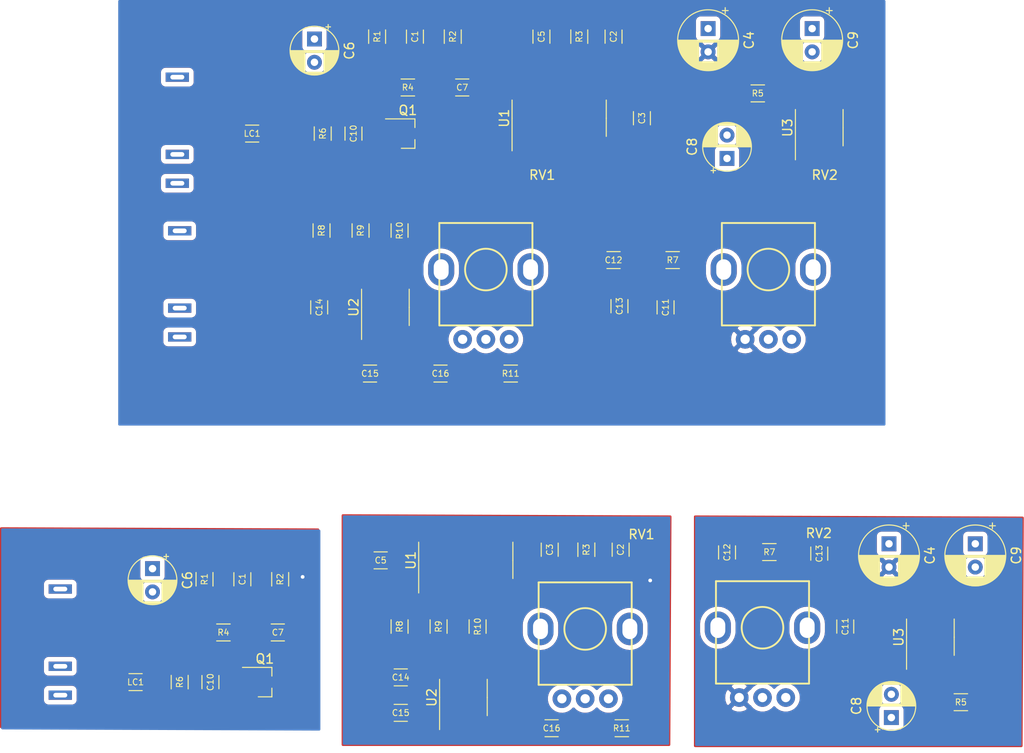
<source format=kicad_pcb>
(kicad_pcb (version 20171130) (host pcbnew 5.1.10-88a1d61d58~90~ubuntu20.04.1)
  (layers (0 F.Cu signal) (31 B.Cu signal) (34 B.Paste user) (35 F.Paste user) (36 B.SilkS user) (37 F.SilkS user) (38 B.Mask user) (39 F.Mask user) (44 Edge.Cuts user))
  (net 0 "")
  (net 1 VCC)
  (net 2 TransistorOUT)
  (net 3 OSC-IN)
  (net 4 GND)
  (net 5 "Net-(C5-Pad1)")
  (net 6 "Net-(C7-Pad2)")
  (net 7 "Net-(C11-Pad1)")
  (net 8 "Net-(C11-Pad2)")
  (net 9 AM-Mix-OUT)
  (net 10 "Net-(C14-Pad2)")
  (net 11 "Net-(C15-Pad2)")
  (net 12 "Net-(C16-Pad1)")
  (net 13 "Net-(C16-Pad2)")
  (net 14 "Net-(L1-Pad2)")
  (net 15 "Net-(R10-Pad2)")
  (net 16 "Net-(R10-Pad1)")
  (net 17 S-Neg)
  (net 18 S-Pos)
  (module 3Channel-PiezoAmp:RD901F-ALPHA-3D (layer F.Cu) (at 120.142 85.852)
    (fp_text reference RV2 (at 6.05 -10.15) (layer F.SilkS))
    (fp_text value "22k log")
    (pad "" thru_hole oval (at 4.8 0) (size 2.8 3.5) (drill oval 1.6 2.2) (layers *.Cu *.Mask))
    (pad "" thru_hole oval (at -4.8 0) (size 2.8 3.5) (drill oval 1.6 2.2) (layers *.Cu *.Mask))
    (pad 1 thru_hole circle (at 2.5 7.5) (size 2 2) (drill 1) (layers *.Cu *.Mask) (net 7 "Net-(C11-Pad1)"))
    (pad 2 thru_hole circle (at 0 7.5) (size 2 2) (drill 1) (layers *.Cu *.Mask))
    (pad 3 thru_hole circle (at -2.5 7.5) (size 2 2) (drill 1) (layers *.Cu *.Mask) (net 4 GND))
  )
  (module BioAmp:R_1206_dusjagr (layer F.Cu) (at 109.855 84.836)
    (fp_text reference R7 (at 0 0 180) (layer F.SilkS) (effects (font (size 0.65 0.65) (thickness 0.1))))
    (fp_text value 1K)
    (pad 2 smd roundrect (at 1.55 0) (size 1.3 1.75) (layers F.Cu F.Paste F.Mask) (roundrect_rratio 0.1923076923076923) (net 9 AM-Mix-OUT))
    (pad 1 smd roundrect (at -1.55 0) (size 1.3 1.75) (layers F.Cu F.Paste F.Mask) (roundrect_rratio 0.1923076923076923) (net 8 "Net-(C11-Pad2)"))
  )
  (module BioAmp:C_1206_dusjagr (layer F.Cu) (at 104.14 89.789 270)
    (fp_text reference C13 (at 0 0 90) (layer F.SilkS) (effects (font (size 0.65 0.65) (thickness 0.1))))
    (fp_text value 10nF)
    (pad 2 smd roundrect (at 1.5625 0 270) (size 1.325 1.8) (layers F.Cu F.Paste F.Mask) (roundrect_rratio 0.1886784905660377) (net 4 GND))
    (pad 1 smd roundrect (at -1.5625 0 270) (size 1.325 1.8) (layers F.Cu F.Paste F.Mask) (roundrect_rratio 0.1886784905660377) (net 8 "Net-(C11-Pad2)"))
  )
  (module BioAmp:C_1206_dusjagr (layer F.Cu) (at 103.505 84.836 180)
    (fp_text reference C12 (at 0 0) (layer F.SilkS) (effects (font (size 0.65 0.65) (thickness 0.1))))
    (fp_text value 100nF)
    (pad 2 smd roundrect (at 1.5625 0 180) (size 1.325 1.8) (layers F.Cu F.Paste F.Mask) (roundrect_rratio 0.1886784905660377) (net 4 GND))
    (pad 1 smd roundrect (at -1.5625 0 180) (size 1.325 1.8) (layers F.Cu F.Paste F.Mask) (roundrect_rratio 0.1886784905660377) (net 9 AM-Mix-OUT))
  )
  (module BioAmp:C_1206_dusjagr (layer F.Cu) (at 109.093 89.916 90)
    (fp_text reference C11 (at 0 0 90) (layer F.SilkS) (effects (font (size 0.65 0.65) (thickness 0.1))))
    (fp_text value 100nF)
    (pad 2 smd roundrect (at 1.5625 0 90) (size 1.325 1.8) (layers F.Cu F.Paste F.Mask) (roundrect_rratio 0.1886784905660377) (net 8 "Net-(C11-Pad2)"))
    (pad 1 smd roundrect (at -1.5625 0 90) (size 1.325 1.8) (layers F.Cu F.Paste F.Mask) (roundrect_rratio 0.1886784905660377) (net 7 "Net-(C11-Pad1)"))
  )
  (module Capacitor_THT:CP_Radial_D6.3mm_P2.50mm (layer F.Cu) (at 133.096 115.316 270)
    (fp_text reference C4 (at 1.25 -4.4 90) (layer F.SilkS))
    (fp_text value 100uF)
    (pad 1 thru_hole rect (at 0 0 270) (size 1.6 1.6) (drill 0.8) (layers *.Cu *.Mask) (net 1 VCC))
    (pad 2 thru_hole circle (at 2.5 0 270) (size 1.6 1.6) (drill 0.8) (layers *.Cu *.Mask) (net 4 GND))
  )
  (module BioAmp:R_1206_dusjagr (layer F.Cu) (at 140.817 132.334)
    (fp_text reference R5 (at 0 0 180) (layer F.SilkS) (effects (font (size 0.65 0.65) (thickness 0.1))))
    (fp_text value 470)
    (pad 2 smd roundrect (at 1.55 0) (size 1.3 1.75) (layers F.Cu F.Paste F.Mask) (roundrect_rratio 0.1923076923076923))
    (pad 1 smd roundrect (at -1.55 0) (size 1.3 1.75) (layers F.Cu F.Paste F.Mask) (roundrect_rratio 0.1923076923076923))
  )
  (module Package_SO:SOIC-8_3.9x4.9mm_P1.27mm (layer F.Cu) (at 137.541 125.349 90)
    (fp_text reference U3 (at 0 -3.4 90) (layer F.SilkS))
    (fp_text value SSM2211S)
    (pad 1 smd roundrect (at -2.475 -1.905 90) (size 1.95 0.6) (layers F.Cu F.Paste F.Mask))
    (pad 2 smd roundrect (at -2.475 -0.635 90) (size 1.95 0.6) (layers F.Cu F.Paste F.Mask))
    (pad 3 smd roundrect (at -2.475 0.635 90) (size 1.95 0.6) (layers F.Cu F.Paste F.Mask))
    (pad 4 smd roundrect (at -2.475 1.905 90) (size 1.95 0.6) (layers F.Cu F.Paste F.Mask))
    (pad 5 smd roundrect (at 2.475 1.905 90) (size 1.95 0.6) (layers F.Cu F.Paste F.Mask))
    (pad 6 smd roundrect (at 2.475 0.635 90) (size 1.95 0.6) (layers F.Cu F.Paste F.Mask))
    (pad 7 smd roundrect (at 2.475 -0.635 90) (size 1.95 0.6) (layers F.Cu F.Paste F.Mask))
    (pad 8 smd roundrect (at 2.475 -1.905 90) (size 1.95 0.6) (layers F.Cu F.Paste F.Mask))
  )
  (module Capacitor_THT:CP_Radial_D6.3mm_P2.50mm (layer F.Cu) (at 142.367 115.316 270)
    (fp_text reference C9 (at 1.25 -4.4 90) (layer F.SilkS))
    (fp_text value 100uF)
    (pad 1 thru_hole rect (at 0 0 270) (size 1.6 1.6) (drill 0.8) (layers *.Cu *.Mask))
    (pad 2 thru_hole circle (at 2.5 0 270) (size 1.6 1.6) (drill 0.8) (layers *.Cu *.Mask))
  )
  (module Capacitor_THT:CP_Radial_D5.0mm_P2.50mm (layer F.Cu) (at 133.35 133.985 90)
    (fp_text reference C8 (at 1.25 -3.75 90) (layer F.SilkS))
    (fp_text value 10uF)
    (pad 1 thru_hole rect (at 0 0 90) (size 1.6 1.6) (drill 0.8) (layers *.Cu *.Mask))
    (pad 2 thru_hole circle (at 2.5 0 90) (size 1.6 1.6) (drill 0.8) (layers *.Cu *.Mask))
  )
  (module BioAmp:C_1206_dusjagr (layer F.Cu) (at 104.267 115.951 90)
    (fp_text reference C2 (at 0 0 90) (layer F.SilkS) (effects (font (size 0.65 0.65) (thickness 0.1))))
    (fp_text value 1nF)
    (pad 2 smd roundrect (at 1.5625 0 90) (size 1.325 1.8) (layers F.Cu F.Paste F.Mask) (roundrect_rratio 0.1886784905660377) (net 1 VCC))
    (pad 1 smd roundrect (at -1.5625 0 90) (size 1.325 1.8) (layers F.Cu F.Paste F.Mask) (roundrect_rratio 0.1886784905660377) (net 3 OSC-IN))
  )
  (module BioAmp:C_1206_dusjagr (layer F.Cu) (at 78.486 117.094 180)
    (fp_text reference C5 (at 0 0) (layer F.SilkS) (effects (font (size 0.65 0.65) (thickness 0.1))))
    (fp_text value 100nF)
    (pad 2 smd roundrect (at 1.5625 0 180) (size 1.325 1.8) (layers F.Cu F.Paste F.Mask) (roundrect_rratio 0.1886784905660377) (net 4 GND))
    (pad 1 smd roundrect (at -1.5625 0 180) (size 1.325 1.8) (layers F.Cu F.Paste F.Mask) (roundrect_rratio 0.1886784905660377) (net 5 "Net-(C5-Pad1)"))
  )
  (module BioAmp:C_1206_dusjagr (layer F.Cu) (at 96.647 115.951 270)
    (fp_text reference C3 (at 0 0 90) (layer F.SilkS) (effects (font (size 0.65 0.65) (thickness 0.1))))
    (fp_text value 100nF)
    (pad 2 smd roundrect (at 1.5625 0 270) (size 1.325 1.8) (layers F.Cu F.Paste F.Mask) (roundrect_rratio 0.1886784905660377) (net 1 VCC))
    (pad 1 smd roundrect (at -1.5625 0 270) (size 1.325 1.8) (layers F.Cu F.Paste F.Mask) (roundrect_rratio 0.1886784905660377) (net 4 GND))
  )
  (module BioAmp:R_1206_dusjagr (layer F.Cu) (at 100.584 115.951 270)
    (fp_text reference R3 (at 0 0 270) (layer F.SilkS) (effects (font (size 0.65 0.65) (thickness 0.1))))
    (fp_text value 220)
    (pad 2 smd roundrect (at 1.55 0 270) (size 1.3 1.75) (layers F.Cu F.Paste F.Mask) (roundrect_rratio 0.1923076923076923) (net 3 OSC-IN))
    (pad 1 smd roundrect (at -1.55 0 270) (size 1.3 1.75) (layers F.Cu F.Paste F.Mask) (roundrect_rratio 0.1923076923076923) (net 1 VCC))
  )
  (module Package_SO:SOP-16_3.9x9.9mm_P1.27mm (layer F.Cu) (at 87.63 117.094 90)
    (fp_text reference U1 (at 0 -5.9 90) (layer F.SilkS))
    (fp_text value TA2003)
    (pad 1 smd roundrect (at -2.5 -4.445 90) (size 2 0.6) (layers F.Cu F.Paste F.Mask) (net 4 GND))
    (pad 2 smd roundrect (at -2.5 -3.175 90) (size 2 0.6) (layers F.Cu F.Paste F.Mask) (net 4 GND))
    (pad 3 smd roundrect (at -2.5 -1.905 90) (size 2 0.6) (layers F.Cu F.Paste F.Mask))
    (pad 4 smd roundrect (at -2.5 -0.635 90) (size 2 0.6) (layers F.Cu F.Paste F.Mask) (net 9 AM-Mix-OUT))
    (pad 5 smd roundrect (at -2.5 0.635 90) (size 2 0.6) (layers F.Cu F.Paste F.Mask))
    (pad 6 smd roundrect (at -2.5 1.905 90) (size 2 0.6) (layers F.Cu F.Paste F.Mask) (net 1 VCC))
    (pad 7 smd roundrect (at -2.5 3.175 90) (size 2 0.6) (layers F.Cu F.Paste F.Mask) (net 1 VCC))
    (pad 8 smd roundrect (at -2.5 4.445 90) (size 2 0.6) (layers F.Cu F.Paste F.Mask))
    (pad 9 smd roundrect (at 2.5 4.445 90) (size 2 0.6) (layers F.Cu F.Paste F.Mask) (net 4 GND))
    (pad 10 smd roundrect (at 2.5 3.175 90) (size 2 0.6) (layers F.Cu F.Paste F.Mask))
    (pad 11 smd roundrect (at 2.5 1.905 90) (size 2 0.6) (layers F.Cu F.Paste F.Mask))
    (pad 12 smd roundrect (at 2.5 0.635 90) (size 2 0.6) (layers F.Cu F.Paste F.Mask) (net 3 OSC-IN))
    (pad 13 smd roundrect (at 2.5 -0.635 90) (size 2 0.6) (layers F.Cu F.Paste F.Mask))
    (pad 14 smd roundrect (at 2.5 -1.905 90) (size 2 0.6) (layers F.Cu F.Paste F.Mask) (net 5 "Net-(C5-Pad1)"))
    (pad 15 smd roundrect (at 2.5 -3.175 90) (size 2 0.6) (layers F.Cu F.Paste F.Mask) (net 1 VCC))
    (pad 16 smd roundrect (at 2.5 -4.445 90) (size 2 0.6) (layers F.Cu F.Paste F.Mask) (net 2 TransistorOUT))
  )
  (module 3Channel-PiezoAmp:RD901F-ALPHA-3D (layer F.Cu) (at 100.457 124.46)
    (fp_text reference RV1 (at 6.05 -10.15) (layer F.SilkS))
    (fp_text value "22k lin")
    (pad "" thru_hole oval (at 4.8 0) (size 2.8 3.5) (drill oval 1.6 2.2) (layers *.Cu *.Mask))
    (pad "" thru_hole oval (at -4.8 0) (size 2.8 3.5) (drill oval 1.6 2.2) (layers *.Cu *.Mask))
    (pad 1 thru_hole circle (at 2.5 7.5) (size 2 2) (drill 1) (layers *.Cu *.Mask) (net 11 "Net-(C15-Pad2)"))
    (pad 2 thru_hole circle (at 0 7.5) (size 2 2) (drill 1) (layers *.Cu *.Mask) (net 16 "Net-(R10-Pad1)"))
    (pad 3 thru_hole circle (at -2.5 7.5) (size 2 2) (drill 1) (layers *.Cu *.Mask))
  )
  (module BioAmp:R_1206_dusjagr (layer F.Cu) (at 104.394 135.128)
    (fp_text reference R11 (at 0 0 180) (layer F.SilkS) (effects (font (size 0.65 0.65) (thickness 0.1))))
    (fp_text value 2K2)
    (pad 2 smd roundrect (at 1.55 0) (size 1.3 1.75) (layers F.Cu F.Paste F.Mask) (roundrect_rratio 0.1923076923076923) (net 3 OSC-IN))
    (pad 1 smd roundrect (at -1.55 0) (size 1.3 1.75) (layers F.Cu F.Paste F.Mask) (roundrect_rratio 0.1923076923076923) (net 12 "Net-(C16-Pad1)"))
  )
  (module BioAmp:R_1206_dusjagr (layer F.Cu) (at 88.9 124.206 270)
    (fp_text reference R10 (at 0 0 270) (layer F.SilkS) (effects (font (size 0.65 0.65) (thickness 0.1))))
    (fp_text value 3K3)
    (pad 2 smd roundrect (at 1.55 0 270) (size 1.3 1.75) (layers F.Cu F.Paste F.Mask) (roundrect_rratio 0.1923076923076923) (net 15 "Net-(R10-Pad2)"))
    (pad 1 smd roundrect (at -1.55 0 270) (size 1.3 1.75) (layers F.Cu F.Paste F.Mask) (roundrect_rratio 0.1923076923076923) (net 16 "Net-(R10-Pad1)"))
  )
  (module BioAmp:R_1206_dusjagr (layer F.Cu) (at 84.709 124.206 90)
    (fp_text reference R9 (at 0 0 270) (layer F.SilkS) (effects (font (size 0.65 0.65) (thickness 0.1))))
    (fp_text value 2K2)
    (pad 2 smd roundrect (at 1.55 0 90) (size 1.3 1.75) (layers F.Cu F.Paste F.Mask) (roundrect_rratio 0.1923076923076923) (net 10 "Net-(C14-Pad2)"))
    (pad 1 smd roundrect (at -1.55 0 90) (size 1.3 1.75) (layers F.Cu F.Paste F.Mask) (roundrect_rratio 0.1923076923076923) (net 15 "Net-(R10-Pad2)"))
  )
  (module BioAmp:R_1206_dusjagr (layer F.Cu) (at 80.518 124.206 270)
    (fp_text reference R8 (at 0 0 270) (layer F.SilkS) (effects (font (size 0.65 0.65) (thickness 0.1))))
    (fp_text value 220)
    (pad 2 smd roundrect (at 1.55 0 270) (size 1.3 1.75) (layers F.Cu F.Paste F.Mask) (roundrect_rratio 0.1923076923076923) (net 1 VCC))
    (pad 1 smd roundrect (at -1.55 0 270) (size 1.3 1.75) (layers F.Cu F.Paste F.Mask) (roundrect_rratio 0.1923076923076923) (net 10 "Net-(C14-Pad2)"))
  )
  (module Package_SO:SOIC-8_3.9x4.9mm_P1.27mm (layer F.Cu) (at 87.376 131.826 90)
    (fp_text reference U2 (at 0 -3.4 90) (layer F.SilkS))
    (fp_text value LM555xM)
    (pad 1 smd roundrect (at -2.475 -1.905 90) (size 1.95 0.6) (layers F.Cu F.Paste F.Mask) (net 4 GND))
    (pad 2 smd roundrect (at -2.475 -0.635 90) (size 1.95 0.6) (layers F.Cu F.Paste F.Mask) (net 11 "Net-(C15-Pad2)"))
    (pad 3 smd roundrect (at -2.475 0.635 90) (size 1.95 0.6) (layers F.Cu F.Paste F.Mask) (net 13 "Net-(C16-Pad2)"))
    (pad 4 smd roundrect (at -2.475 1.905 90) (size 1.95 0.6) (layers F.Cu F.Paste F.Mask) (net 10 "Net-(C14-Pad2)"))
    (pad 5 smd roundrect (at 2.475 1.905 90) (size 1.95 0.6) (layers F.Cu F.Paste F.Mask))
    (pad 6 smd roundrect (at 2.475 0.635 90) (size 1.95 0.6) (layers F.Cu F.Paste F.Mask) (net 11 "Net-(C15-Pad2)"))
    (pad 7 smd roundrect (at 2.475 -0.635 90) (size 1.95 0.6) (layers F.Cu F.Paste F.Mask) (net 15 "Net-(R10-Pad2)"))
    (pad 8 smd roundrect (at 2.475 -1.905 90) (size 1.95 0.6) (layers F.Cu F.Paste F.Mask) (net 10 "Net-(C14-Pad2)"))
  )
  (module BioAmp:C_1206_dusjagr (layer F.Cu) (at 96.8525 135.128 180)
    (fp_text reference C16 (at 0 0) (layer F.SilkS) (effects (font (size 0.65 0.65) (thickness 0.1))))
    (fp_text value 100nF)
    (pad 2 smd roundrect (at 1.5625 0 180) (size 1.325 1.8) (layers F.Cu F.Paste F.Mask) (roundrect_rratio 0.1886784905660377) (net 13 "Net-(C16-Pad2)"))
    (pad 1 smd roundrect (at -1.5625 0 180) (size 1.325 1.8) (layers F.Cu F.Paste F.Mask) (roundrect_rratio 0.1886784905660377) (net 12 "Net-(C16-Pad1)"))
  )
  (module BioAmp:C_1206_dusjagr (layer F.Cu) (at 80.645 133.477)
    (fp_text reference C15 (at 0 0) (layer F.SilkS) (effects (font (size 0.65 0.65) (thickness 0.1))))
    (fp_text value 1nF)
    (pad 2 smd roundrect (at 1.5625 0) (size 1.325 1.8) (layers F.Cu F.Paste F.Mask) (roundrect_rratio 0.1886784905660377) (net 11 "Net-(C15-Pad2)"))
    (pad 1 smd roundrect (at -1.5625 0) (size 1.325 1.8) (layers F.Cu F.Paste F.Mask) (roundrect_rratio 0.1886784905660377) (net 4 GND))
  )
  (module BioAmp:C_1206_dusjagr (layer F.Cu) (at 80.645 129.667)
    (fp_text reference C14 (at 0 0) (layer F.SilkS) (effects (font (size 0.65 0.65) (thickness 0.1))))
    (fp_text value 100nF)
    (pad 2 smd roundrect (at 1.5625 0) (size 1.325 1.8) (layers F.Cu F.Paste F.Mask) (roundrect_rratio 0.1886784905660377) (net 10 "Net-(C14-Pad2)"))
    (pad 1 smd roundrect (at -1.5625 0) (size 1.325 1.8) (layers F.Cu F.Paste F.Mask) (roundrect_rratio 0.1886784905660377) (net 4 GND))
  )
  (module BioAmp:PJ301M-12_dusjagr_3d (layer F.Cu) (at 44.069 125.095)
    (fp_text reference L1)
    (fp_text value "L 10-22mH")
    (pad 1 thru_hole rect (at 0 -4.92) (size 2.5 1) (drill oval 1.5 0.5) (layers *.Cu *.Mask) (net 18 S-Pos))
    (pad TN thru_hole rect (at 0 3.38) (size 2.5 1) (drill oval 1.5 0.5) (layers *.Cu *.Mask))
    (pad 2 thru_hole rect (at 0 6.48) (size 2.5 1) (drill oval 1.5 0.5) (layers *.Cu *.Mask) (net 14 "Net-(L1-Pad2)"))
  )
  (module BioAmp:C_1206_dusjagr (layer F.Cu) (at 67.437 124.841 180)
    (fp_text reference C7 (at 0 0) (layer F.SilkS) (effects (font (size 0.65 0.65) (thickness 0.1))))
    (fp_text value 3.3nF)
    (pad 2 smd roundrect (at 1.5625 0 180) (size 1.325 1.8) (layers F.Cu F.Paste F.Mask) (roundrect_rratio 0.1886784905660377) (net 6 "Net-(C7-Pad2)"))
    (pad 1 smd roundrect (at -1.5625 0 180) (size 1.325 1.8) (layers F.Cu F.Paste F.Mask) (roundrect_rratio 0.1886784905660377) (net 2 TransistorOUT))
  )
  (module Capacitor_THT:CP_Radial_D5.0mm_P2.50mm (layer F.Cu) (at 53.975 117.983 270)
    (fp_text reference C6 (at 1.25 -3.75 90) (layer F.SilkS))
    (fp_text value 10uF)
    (pad 1 thru_hole rect (at 0 0 270) (size 1.6 1.6) (drill 0.8) (layers *.Cu *.Mask) (net 1 VCC))
    (pad 2 thru_hole circle (at 2.5 0 270) (size 1.6 1.6) (drill 0.8) (layers *.Cu *.Mask) (net 17 S-Neg))
  )
  (module BioAmp:R_1206_dusjagr (layer F.Cu) (at 56.896 130.175 270)
    (fp_text reference R6 (at 0 0 270) (layer F.SilkS) (effects (font (size 0.65 0.65) (thickness 0.1))))
    (fp_text value 1K)
    (pad 2 smd roundrect (at 1.55 0 270) (size 1.3 1.75) (layers F.Cu F.Paste F.Mask) (roundrect_rratio 0.1923076923076923) (net 4 GND))
    (pad 1 smd roundrect (at -1.55 0 270) (size 1.3 1.75) (layers F.Cu F.Paste F.Mask) (roundrect_rratio 0.1923076923076923) (net 17 S-Neg))
  )
  (module BioAmp:R_1206_dusjagr (layer F.Cu) (at 61.595 124.841 180)
    (fp_text reference R4 (at 0 0 180) (layer F.SilkS) (effects (font (size 0.65 0.65) (thickness 0.1))))
    (fp_text value 470K)
    (pad 2 smd roundrect (at 1.55 0 180) (size 1.3 1.75) (layers F.Cu F.Paste F.Mask) (roundrect_rratio 0.1923076923076923) (net 18 S-Pos))
    (pad 1 smd roundrect (at -1.55 0 180) (size 1.3 1.75) (layers F.Cu F.Paste F.Mask) (roundrect_rratio 0.1923076923076923) (net 6 "Net-(C7-Pad2)"))
  )
  (module BioAmp:R_1206_dusjagr (layer F.Cu) (at 67.691 119.126 270)
    (fp_text reference R2 (at 0 0 270) (layer F.SilkS) (effects (font (size 0.65 0.65) (thickness 0.1))))
    (fp_text value 1K)
    (pad 2 smd roundrect (at 1.55 0 270) (size 1.3 1.75) (layers F.Cu F.Paste F.Mask) (roundrect_rratio 0.1923076923076923) (net 2 TransistorOUT))
    (pad 1 smd roundrect (at -1.55 0 270) (size 1.3 1.75) (layers F.Cu F.Paste F.Mask) (roundrect_rratio 0.1923076923076923) (net 1 VCC))
  )
  (module BioAmp:R_1206_dusjagr (layer F.Cu) (at 59.563 119.126 270)
    (fp_text reference R1 (at 0 0 270) (layer F.SilkS) (effects (font (size 0.65 0.65) (thickness 0.1))))
    (fp_text value 1K)
    (pad 2 smd roundrect (at 1.55 0 270) (size 1.3 1.75) (layers F.Cu F.Paste F.Mask) (roundrect_rratio 0.1923076923076923) (net 6 "Net-(C7-Pad2)"))
    (pad 1 smd roundrect (at -1.55 0 270) (size 1.3 1.75) (layers F.Cu F.Paste F.Mask) (roundrect_rratio 0.1923076923076923) (net 1 VCC))
  )
  (module 3Channel-PiezoAmp:SOT-23_Handsoldering (layer F.Cu) (at 66.04 130.175)
    (fp_text reference Q1 (at 0 -2.5) (layer F.SilkS))
    (fp_text value BC849)
    (pad 3 smd rect (at 1.5 0) (size 1.9 0.8) (layers F.Cu F.Paste F.Mask) (net 6 "Net-(C7-Pad2)"))
    (pad 2 smd rect (at -1.5 0.95) (size 1.9 0.8) (layers F.Cu F.Paste F.Mask) (net 17 S-Neg))
    (pad 1 smd rect (at -1.5 -0.95) (size 1.9 0.8) (layers F.Cu F.Paste F.Mask) (net 18 S-Pos))
  )
  (module BioAmp:C_1206_dusjagr (layer F.Cu) (at 60.198 130.175 270)
    (fp_text reference C10 (at 0 0 90) (layer F.SilkS) (effects (font (size 0.65 0.65) (thickness 0.1))))
    (fp_text value 1nF)
    (pad 2 smd roundrect (at 1.5625 0 270) (size 1.325 1.8) (layers F.Cu F.Paste F.Mask) (roundrect_rratio 0.1886784905660377) (net 17 S-Neg))
    (pad 1 smd roundrect (at -1.5625 0 270) (size 1.325 1.8) (layers F.Cu F.Paste F.Mask) (roundrect_rratio 0.1886784905660377) (net 18 S-Pos))
  )
  (module BioAmp:C_1206_dusjagr (layer F.Cu) (at 52.1585 130.175)
    (fp_text reference LC1 (at 0 0) (layer F.SilkS) (effects (font (size 0.65 0.65) (thickness 0.1))))
    (fp_text value C)
    (pad 2 smd roundrect (at 1.5625 0) (size 1.325 1.8) (layers F.Cu F.Paste F.Mask) (roundrect_rratio 0.1886784905660377) (net 17 S-Neg))
    (pad 1 smd roundrect (at -1.5625 0) (size 1.325 1.8) (layers F.Cu F.Paste F.Mask) (roundrect_rratio 0.1886784905660377) (net 14 "Net-(L1-Pad2)"))
  )
  (module BioAmp:C_1206_dusjagr (layer F.Cu) (at 63.627 119.126 270)
    (fp_text reference C1 (at 0 0 90) (layer F.SilkS) (effects (font (size 0.65 0.65) (thickness 0.1))))
    (fp_text value 1nF)
    (pad 2 smd roundrect (at 1.5625 0 270) (size 1.325 1.8) (layers F.Cu F.Paste F.Mask) (roundrect_rratio 0.1886784905660377) (net 2 TransistorOUT))
    (pad 1 smd roundrect (at -1.5625 0 270) (size 1.325 1.8) (layers F.Cu F.Paste F.Mask) (roundrect_rratio 0.1886784905660377) (net 1 VCC))
  )
  (module Package_SO:SOP-16_3.9x9.9mm_P1.27mm (layer F.Cu) (at 97.663 69.596 90)
    (fp_text reference U1 (at 0 -5.9 90) (layer F.SilkS))
    (fp_text value TA2003)
    (pad 16 smd roundrect (at 2.5 -4.445 90) (size 2 0.6) (layers F.Cu F.Paste F.Mask) (net 2 TransistorOUT))
    (pad 15 smd roundrect (at 2.5 -3.175 90) (size 2 0.6) (layers F.Cu F.Paste F.Mask) (net 1 VCC))
    (pad 14 smd roundrect (at 2.5 -1.905 90) (size 2 0.6) (layers F.Cu F.Paste F.Mask) (net 5 "Net-(C5-Pad1)"))
    (pad 13 smd roundrect (at 2.5 -0.635 90) (size 2 0.6) (layers F.Cu F.Paste F.Mask))
    (pad 12 smd roundrect (at 2.5 0.635 90) (size 2 0.6) (layers F.Cu F.Paste F.Mask) (net 3 OSC-IN))
    (pad 11 smd roundrect (at 2.5 1.905 90) (size 2 0.6) (layers F.Cu F.Paste F.Mask))
    (pad 10 smd roundrect (at 2.5 3.175 90) (size 2 0.6) (layers F.Cu F.Paste F.Mask))
    (pad 9 smd roundrect (at 2.5 4.445 90) (size 2 0.6) (layers F.Cu F.Paste F.Mask) (net 4 GND))
    (pad 8 smd roundrect (at -2.5 4.445 90) (size 2 0.6) (layers F.Cu F.Paste F.Mask))
    (pad 7 smd roundrect (at -2.5 3.175 90) (size 2 0.6) (layers F.Cu F.Paste F.Mask) (net 1 VCC))
    (pad 6 smd roundrect (at -2.5 1.905 90) (size 2 0.6) (layers F.Cu F.Paste F.Mask) (net 1 VCC))
    (pad 5 smd roundrect (at -2.5 0.635 90) (size 2 0.6) (layers F.Cu F.Paste F.Mask))
    (pad 4 smd roundrect (at -2.5 -0.635 90) (size 2 0.6) (layers F.Cu F.Paste F.Mask) (net 9 AM-Mix-OUT))
    (pad 3 smd roundrect (at -2.5 -1.905 90) (size 2 0.6) (layers F.Cu F.Paste F.Mask))
    (pad 2 smd roundrect (at -2.5 -3.175 90) (size 2 0.6) (layers F.Cu F.Paste F.Mask) (net 4 GND))
    (pad 1 smd roundrect (at -2.5 -4.445 90) (size 2 0.6) (layers F.Cu F.Paste F.Mask) (net 4 GND))
  )
  (module Package_SO:SOIC-8_3.9x4.9mm_P1.27mm (layer F.Cu) (at 125.603 70.612 90)
    (fp_text reference U3 (at 0 -3.4 90) (layer F.SilkS))
    (fp_text value SSM2211S)
    (pad 8 smd roundrect (at 2.475 -1.905 90) (size 1.95 0.6) (layers F.Cu F.Paste F.Mask))
    (pad 7 smd roundrect (at 2.475 -0.635 90) (size 1.95 0.6) (layers F.Cu F.Paste F.Mask))
    (pad 6 smd roundrect (at 2.475 0.635 90) (size 1.95 0.6) (layers F.Cu F.Paste F.Mask))
    (pad 5 smd roundrect (at 2.475 1.905 90) (size 1.95 0.6) (layers F.Cu F.Paste F.Mask))
    (pad 4 smd roundrect (at -2.475 1.905 90) (size 1.95 0.6) (layers F.Cu F.Paste F.Mask))
    (pad 3 smd roundrect (at -2.475 0.635 90) (size 1.95 0.6) (layers F.Cu F.Paste F.Mask))
    (pad 2 smd roundrect (at -2.475 -0.635 90) (size 1.95 0.6) (layers F.Cu F.Paste F.Mask))
    (pad 1 smd roundrect (at -2.475 -1.905 90) (size 1.95 0.6) (layers F.Cu F.Paste F.Mask))
  )
  (module Package_SO:SOIC-8_3.9x4.9mm_P1.27mm (layer F.Cu) (at 78.994 89.916 90)
    (fp_text reference U2 (at 0 -3.4 90) (layer F.SilkS))
    (fp_text value LM555xM)
    (pad 8 smd roundrect (at 2.475 -1.905 90) (size 1.95 0.6) (layers F.Cu F.Paste F.Mask) (net 10 "Net-(C14-Pad2)"))
    (pad 7 smd roundrect (at 2.475 -0.635 90) (size 1.95 0.6) (layers F.Cu F.Paste F.Mask) (net 15 "Net-(R10-Pad2)"))
    (pad 6 smd roundrect (at 2.475 0.635 90) (size 1.95 0.6) (layers F.Cu F.Paste F.Mask) (net 11 "Net-(C15-Pad2)"))
    (pad 5 smd roundrect (at 2.475 1.905 90) (size 1.95 0.6) (layers F.Cu F.Paste F.Mask))
    (pad 4 smd roundrect (at -2.475 1.905 90) (size 1.95 0.6) (layers F.Cu F.Paste F.Mask) (net 10 "Net-(C14-Pad2)"))
    (pad 3 smd roundrect (at -2.475 0.635 90) (size 1.95 0.6) (layers F.Cu F.Paste F.Mask) (net 13 "Net-(C16-Pad2)"))
    (pad 2 smd roundrect (at -2.475 -0.635 90) (size 1.95 0.6) (layers F.Cu F.Paste F.Mask) (net 11 "Net-(C15-Pad2)"))
    (pad 1 smd roundrect (at -2.475 -1.905 90) (size 1.95 0.6) (layers F.Cu F.Paste F.Mask) (net 4 GND))
  )
  (module 3Channel-PiezoAmp:RD901F-ALPHA-3D (layer F.Cu) (at 119.507 124.333)
    (fp_text reference RV2 (at 6.05 -10.15) (layer F.SilkS))
    (fp_text value "22k log")
    (pad 3 thru_hole circle (at -2.5 7.5) (size 2 2) (drill 1) (layers *.Cu *.Mask) (net 4 GND))
    (pad 2 thru_hole circle (at 0 7.5) (size 2 2) (drill 1) (layers *.Cu *.Mask))
    (pad 1 thru_hole circle (at 2.5 7.5) (size 2 2) (drill 1) (layers *.Cu *.Mask) (net 7 "Net-(C11-Pad1)"))
    (pad "" thru_hole oval (at -4.8 0) (size 2.8 3.5) (drill oval 1.6 2.2) (layers *.Cu *.Mask))
    (pad "" thru_hole oval (at 4.8 0) (size 2.8 3.5) (drill oval 1.6 2.2) (layers *.Cu *.Mask))
  )
  (module 3Channel-PiezoAmp:RD901F-ALPHA-3D (layer F.Cu) (at 89.789 85.852)
    (fp_text reference RV1 (at 6.05 -10.15) (layer F.SilkS))
    (fp_text value "22k lin")
    (pad 3 thru_hole circle (at -2.5 7.5) (size 2 2) (drill 1) (layers *.Cu *.Mask))
    (pad 2 thru_hole circle (at 0 7.5) (size 2 2) (drill 1) (layers *.Cu *.Mask) (net 16 "Net-(R10-Pad1)"))
    (pad 1 thru_hole circle (at 2.5 7.5) (size 2 2) (drill 1) (layers *.Cu *.Mask) (net 11 "Net-(C15-Pad2)"))
    (pad "" thru_hole oval (at -4.8 0) (size 2.8 3.5) (drill oval 1.6 2.2) (layers *.Cu *.Mask))
    (pad "" thru_hole oval (at 4.8 0) (size 2.8 3.5) (drill oval 1.6 2.2) (layers *.Cu *.Mask))
  )
  (module BioAmp:R_1206_dusjagr (layer F.Cu) (at 92.456 97.028)
    (fp_text reference R11 (at 0 0 180) (layer F.SilkS) (effects (font (size 0.65 0.65) (thickness 0.1))))
    (fp_text value 2K2)
    (pad 1 smd roundrect (at -1.55 0) (size 1.3 1.75) (layers F.Cu F.Paste F.Mask) (roundrect_rratio 0.1923076923076923) (net 12 "Net-(C16-Pad1)"))
    (pad 2 smd roundrect (at 1.55 0) (size 1.3 1.75) (layers F.Cu F.Paste F.Mask) (roundrect_rratio 0.1923076923076923) (net 3 OSC-IN))
  )
  (module BioAmp:R_1206_dusjagr (layer F.Cu) (at 80.518 81.661 270)
    (fp_text reference R10 (at 0 0 270) (layer F.SilkS) (effects (font (size 0.65 0.65) (thickness 0.1))))
    (fp_text value 3K3)
    (pad 1 smd roundrect (at -1.55 0 270) (size 1.3 1.75) (layers F.Cu F.Paste F.Mask) (roundrect_rratio 0.1923076923076923) (net 16 "Net-(R10-Pad1)"))
    (pad 2 smd roundrect (at 1.55 0 270) (size 1.3 1.75) (layers F.Cu F.Paste F.Mask) (roundrect_rratio 0.1923076923076923) (net 15 "Net-(R10-Pad2)"))
  )
  (module BioAmp:R_1206_dusjagr (layer F.Cu) (at 76.327 81.661 90)
    (fp_text reference R9 (at 0 0 270) (layer F.SilkS) (effects (font (size 0.65 0.65) (thickness 0.1))))
    (fp_text value 2K2)
    (pad 1 smd roundrect (at -1.55 0 90) (size 1.3 1.75) (layers F.Cu F.Paste F.Mask) (roundrect_rratio 0.1923076923076923) (net 15 "Net-(R10-Pad2)"))
    (pad 2 smd roundrect (at 1.55 0 90) (size 1.3 1.75) (layers F.Cu F.Paste F.Mask) (roundrect_rratio 0.1923076923076923) (net 10 "Net-(C14-Pad2)"))
  )
  (module BioAmp:R_1206_dusjagr (layer F.Cu) (at 72.136 81.661 270)
    (fp_text reference R8 (at 0 0 270) (layer F.SilkS) (effects (font (size 0.65 0.65) (thickness 0.1))))
    (fp_text value 220)
    (pad 1 smd roundrect (at -1.55 0 270) (size 1.3 1.75) (layers F.Cu F.Paste F.Mask) (roundrect_rratio 0.1923076923076923) (net 10 "Net-(C14-Pad2)"))
    (pad 2 smd roundrect (at 1.55 0 270) (size 1.3 1.75) (layers F.Cu F.Paste F.Mask) (roundrect_rratio 0.1923076923076923) (net 1 VCC))
  )
  (module BioAmp:R_1206_dusjagr (layer F.Cu) (at 120.243 116.205 180)
    (fp_text reference R7 (at 0 0 180) (layer F.SilkS) (effects (font (size 0.65 0.65) (thickness 0.1))))
    (fp_text value 1K)
    (pad 1 smd roundrect (at -1.55 0 180) (size 1.3 1.75) (layers F.Cu F.Paste F.Mask) (roundrect_rratio 0.1923076923076923) (net 8 "Net-(C11-Pad2)"))
    (pad 2 smd roundrect (at 1.55 0 180) (size 1.3 1.75) (layers F.Cu F.Paste F.Mask) (roundrect_rratio 0.1923076923076923) (net 9 AM-Mix-OUT))
  )
  (module BioAmp:R_1206_dusjagr (layer F.Cu) (at 72.263 71.247 270)
    (fp_text reference R6 (at 0 0 270) (layer F.SilkS) (effects (font (size 0.65 0.65) (thickness 0.1))))
    (fp_text value 1K)
    (pad 1 smd roundrect (at -1.55 0 270) (size 1.3 1.75) (layers F.Cu F.Paste F.Mask) (roundrect_rratio 0.1923076923076923) (net 17 S-Neg))
    (pad 2 smd roundrect (at 1.55 0 270) (size 1.3 1.75) (layers F.Cu F.Paste F.Mask) (roundrect_rratio 0.1923076923076923) (net 4 GND))
  )
  (module BioAmp:R_1206_dusjagr (layer F.Cu) (at 118.999 66.929)
    (fp_text reference R5 (at 0 0 180) (layer F.SilkS) (effects (font (size 0.65 0.65) (thickness 0.1))))
    (fp_text value 470)
    (pad 1 smd roundrect (at -1.55 0) (size 1.3 1.75) (layers F.Cu F.Paste F.Mask) (roundrect_rratio 0.1923076923076923))
    (pad 2 smd roundrect (at 1.55 0) (size 1.3 1.75) (layers F.Cu F.Paste F.Mask) (roundrect_rratio 0.1923076923076923))
  )
  (module BioAmp:R_1206_dusjagr (layer F.Cu) (at 81.407 66.294 180)
    (fp_text reference R4 (at 0 0 180) (layer F.SilkS) (effects (font (size 0.65 0.65) (thickness 0.1))))
    (fp_text value 470K)
    (pad 1 smd roundrect (at -1.55 0 180) (size 1.3 1.75) (layers F.Cu F.Paste F.Mask) (roundrect_rratio 0.1923076923076923) (net 6 "Net-(C7-Pad2)"))
    (pad 2 smd roundrect (at 1.55 0 180) (size 1.3 1.75) (layers F.Cu F.Paste F.Mask) (roundrect_rratio 0.1923076923076923) (net 18 S-Pos))
  )
  (module BioAmp:R_1206_dusjagr (layer F.Cu) (at 99.822 60.833 270)
    (fp_text reference R3 (at 0 0 270) (layer F.SilkS) (effects (font (size 0.65 0.65) (thickness 0.1))))
    (fp_text value 220)
    (pad 1 smd roundrect (at -1.55 0 270) (size 1.3 1.75) (layers F.Cu F.Paste F.Mask) (roundrect_rratio 0.1923076923076923) (net 1 VCC))
    (pad 2 smd roundrect (at 1.55 0 270) (size 1.3 1.75) (layers F.Cu F.Paste F.Mask) (roundrect_rratio 0.1923076923076923) (net 3 OSC-IN))
  )
  (module BioAmp:R_1206_dusjagr (layer F.Cu) (at 86.233 60.833 270)
    (fp_text reference R2 (at 0 0 270) (layer F.SilkS) (effects (font (size 0.65 0.65) (thickness 0.1))))
    (fp_text value 1K)
    (pad 1 smd roundrect (at -1.55 0 270) (size 1.3 1.75) (layers F.Cu F.Paste F.Mask) (roundrect_rratio 0.1923076923076923) (net 1 VCC))
    (pad 2 smd roundrect (at 1.55 0 270) (size 1.3 1.75) (layers F.Cu F.Paste F.Mask) (roundrect_rratio 0.1923076923076923) (net 2 TransistorOUT))
  )
  (module BioAmp:R_1206_dusjagr (layer F.Cu) (at 78.105 60.833 270)
    (fp_text reference R1 (at 0 0 270) (layer F.SilkS) (effects (font (size 0.65 0.65) (thickness 0.1))))
    (fp_text value 1K)
    (pad 1 smd roundrect (at -1.55 0 270) (size 1.3 1.75) (layers F.Cu F.Paste F.Mask) (roundrect_rratio 0.1923076923076923) (net 1 VCC))
    (pad 2 smd roundrect (at 1.55 0 270) (size 1.3 1.75) (layers F.Cu F.Paste F.Mask) (roundrect_rratio 0.1923076923076923) (net 6 "Net-(C7-Pad2)"))
  )
  (module 3Channel-PiezoAmp:SOT-23_Handsoldering (layer F.Cu) (at 81.407 71.247)
    (fp_text reference Q1 (at 0 -2.5) (layer F.SilkS))
    (fp_text value BC849)
    (pad 1 smd rect (at -1.5 -0.95) (size 1.9 0.8) (layers F.Cu F.Paste F.Mask) (net 18 S-Pos))
    (pad 2 smd rect (at -1.5 0.95) (size 1.9 0.8) (layers F.Cu F.Paste F.Mask) (net 17 S-Neg))
    (pad 3 smd rect (at 1.5 0) (size 1.9 0.8) (layers F.Cu F.Paste F.Mask) (net 6 "Net-(C7-Pad2)"))
  )
  (module BioAmp:PJ301M-12_dusjagr_3d (layer F.Cu) (at 56.896 86.614)
    (fp_text reference MK1)
    (fp_text value Mic_UltraS)
    (pad 2 thru_hole rect (at 0 6.48) (size 2.5 1) (drill oval 1.5 0.5) (layers *.Cu *.Mask))
    (pad TN thru_hole rect (at 0 3.38) (size 2.5 1) (drill oval 1.5 0.5) (layers *.Cu *.Mask))
    (pad 1 thru_hole rect (at 0 -4.92) (size 2.5 1) (drill oval 1.5 0.5) (layers *.Cu *.Mask))
  )
  (module BioAmp:C_1206_dusjagr (layer F.Cu) (at 64.6815 71.247)
    (fp_text reference LC1 (at 0 0) (layer F.SilkS) (effects (font (size 0.65 0.65) (thickness 0.1))))
    (fp_text value C)
    (pad 1 smd roundrect (at -1.5625 0) (size 1.325 1.8) (layers F.Cu F.Paste F.Mask) (roundrect_rratio 0.1886784905660377) (net 14 "Net-(L1-Pad2)"))
    (pad 2 smd roundrect (at 1.5625 0) (size 1.325 1.8) (layers F.Cu F.Paste F.Mask) (roundrect_rratio 0.1886784905660377) (net 17 S-Neg))
  )
  (module BioAmp:PJ301M-12_dusjagr_3d (layer F.Cu) (at 56.642 70.104)
    (fp_text reference L1)
    (fp_text value "L 10-22mH")
    (pad 2 thru_hole rect (at 0 6.48) (size 2.5 1) (drill oval 1.5 0.5) (layers *.Cu *.Mask) (net 14 "Net-(L1-Pad2)"))
    (pad TN thru_hole rect (at 0 3.38) (size 2.5 1) (drill oval 1.5 0.5) (layers *.Cu *.Mask))
    (pad 1 thru_hole rect (at 0 -4.92) (size 2.5 1) (drill oval 1.5 0.5) (layers *.Cu *.Mask) (net 18 S-Pos))
  )
  (module BioAmp:C_1206_dusjagr (layer F.Cu) (at 84.9145 97.028 180)
    (fp_text reference C16 (at 0 0) (layer F.SilkS) (effects (font (size 0.65 0.65) (thickness 0.1))))
    (fp_text value 100nF)
    (pad 1 smd roundrect (at -1.5625 0 180) (size 1.325 1.8) (layers F.Cu F.Paste F.Mask) (roundrect_rratio 0.1886784905660377) (net 12 "Net-(C16-Pad1)"))
    (pad 2 smd roundrect (at 1.5625 0 180) (size 1.325 1.8) (layers F.Cu F.Paste F.Mask) (roundrect_rratio 0.1886784905660377) (net 13 "Net-(C16-Pad2)"))
  )
  (module BioAmp:C_1206_dusjagr (layer F.Cu) (at 77.343 97.028)
    (fp_text reference C15 (at 0 0) (layer F.SilkS) (effects (font (size 0.65 0.65) (thickness 0.1))))
    (fp_text value 1nF)
    (pad 1 smd roundrect (at -1.5625 0) (size 1.325 1.8) (layers F.Cu F.Paste F.Mask) (roundrect_rratio 0.1886784905660377) (net 4 GND))
    (pad 2 smd roundrect (at 1.5625 0) (size 1.325 1.8) (layers F.Cu F.Paste F.Mask) (roundrect_rratio 0.1886784905660377) (net 11 "Net-(C15-Pad2)"))
  )
  (module BioAmp:C_1206_dusjagr (layer F.Cu) (at 71.882 89.916 90)
    (fp_text reference C14 (at 0 0 90) (layer F.SilkS) (effects (font (size 0.65 0.65) (thickness 0.1))))
    (fp_text value 100nF)
    (pad 1 smd roundrect (at -1.5625 0 90) (size 1.325 1.8) (layers F.Cu F.Paste F.Mask) (roundrect_rratio 0.1886784905660377) (net 4 GND))
    (pad 2 smd roundrect (at 1.5625 0 90) (size 1.325 1.8) (layers F.Cu F.Paste F.Mask) (roundrect_rratio 0.1886784905660377) (net 10 "Net-(C14-Pad2)"))
  )
  (module BioAmp:C_1206_dusjagr (layer F.Cu) (at 125.603 116.3705 270)
    (fp_text reference C13 (at 0 0 90) (layer F.SilkS) (effects (font (size 0.65 0.65) (thickness 0.1))))
    (fp_text value 10nF)
    (pad 1 smd roundrect (at -1.5625 0 270) (size 1.325 1.8) (layers F.Cu F.Paste F.Mask) (roundrect_rratio 0.1886784905660377) (net 8 "Net-(C11-Pad2)"))
    (pad 2 smd roundrect (at 1.5625 0 270) (size 1.325 1.8) (layers F.Cu F.Paste F.Mask) (roundrect_rratio 0.1886784905660377) (net 4 GND))
  )
  (module BioAmp:C_1206_dusjagr (layer F.Cu) (at 115.697 116.2435 270)
    (fp_text reference C12 (at 0 0 90) (layer F.SilkS) (effects (font (size 0.65 0.65) (thickness 0.1))))
    (fp_text value 100nF)
    (pad 1 smd roundrect (at -1.5625 0 270) (size 1.325 1.8) (layers F.Cu F.Paste F.Mask) (roundrect_rratio 0.1886784905660377) (net 9 AM-Mix-OUT))
    (pad 2 smd roundrect (at 1.5625 0 270) (size 1.325 1.8) (layers F.Cu F.Paste F.Mask) (roundrect_rratio 0.1886784905660377) (net 4 GND))
  )
  (module BioAmp:C_1206_dusjagr (layer F.Cu) (at 128.397 124.206 90)
    (fp_text reference C11 (at 0 0 90) (layer F.SilkS) (effects (font (size 0.65 0.65) (thickness 0.1))))
    (fp_text value 100nF)
    (pad 1 smd roundrect (at -1.5625 0 90) (size 1.325 1.8) (layers F.Cu F.Paste F.Mask) (roundrect_rratio 0.1886784905660377) (net 7 "Net-(C11-Pad1)"))
    (pad 2 smd roundrect (at 1.5625 0 90) (size 1.325 1.8) (layers F.Cu F.Paste F.Mask) (roundrect_rratio 0.1886784905660377) (net 8 "Net-(C11-Pad2)"))
  )
  (module BioAmp:C_1206_dusjagr (layer F.Cu) (at 75.565 71.247 270)
    (fp_text reference C10 (at 0 0 90) (layer F.SilkS) (effects (font (size 0.65 0.65) (thickness 0.1))))
    (fp_text value 1nF)
    (pad 1 smd roundrect (at -1.5625 0 270) (size 1.325 1.8) (layers F.Cu F.Paste F.Mask) (roundrect_rratio 0.1886784905660377) (net 18 S-Pos))
    (pad 2 smd roundrect (at 1.5625 0 270) (size 1.325 1.8) (layers F.Cu F.Paste F.Mask) (roundrect_rratio 0.1886784905660377) (net 17 S-Neg))
  )
  (module Capacitor_THT:CP_Radial_D6.3mm_P2.50mm (layer F.Cu) (at 124.841 59.968242 270)
    (fp_text reference C9 (at 1.25 -4.4 90) (layer F.SilkS))
    (fp_text value 100uF)
    (pad 2 thru_hole circle (at 2.5 0 270) (size 1.6 1.6) (drill 0.8) (layers *.Cu *.Mask))
    (pad 1 thru_hole rect (at 0 0 270) (size 1.6 1.6) (drill 0.8) (layers *.Cu *.Mask))
  )
  (module Capacitor_THT:CP_Radial_D5.0mm_P2.50mm (layer F.Cu) (at 115.697 73.914 90)
    (fp_text reference C8 (at 1.25 -3.75 90) (layer F.SilkS))
    (fp_text value 10uF)
    (pad 2 thru_hole circle (at 2.5 0 90) (size 1.6 1.6) (drill 0.8) (layers *.Cu *.Mask))
    (pad 1 thru_hole rect (at 0 0 90) (size 1.6 1.6) (drill 0.8) (layers *.Cu *.Mask))
  )
  (module BioAmp:C_1206_dusjagr (layer F.Cu) (at 87.249 66.294 180)
    (fp_text reference C7 (at 0 0) (layer F.SilkS) (effects (font (size 0.65 0.65) (thickness 0.1))))
    (fp_text value 3.3nF)
    (pad 1 smd roundrect (at -1.5625 0 180) (size 1.325 1.8) (layers F.Cu F.Paste F.Mask) (roundrect_rratio 0.1886784905660377) (net 2 TransistorOUT))
    (pad 2 smd roundrect (at 1.5625 0 180) (size 1.325 1.8) (layers F.Cu F.Paste F.Mask) (roundrect_rratio 0.1886784905660377) (net 6 "Net-(C7-Pad2)"))
  )
  (module Capacitor_THT:CP_Radial_D5.0mm_P2.50mm (layer F.Cu) (at 71.374 61.087 270)
    (fp_text reference C6 (at 1.25 -3.75 90) (layer F.SilkS))
    (fp_text value 10uF)
    (pad 2 thru_hole circle (at 2.5 0 270) (size 1.6 1.6) (drill 0.8) (layers *.Cu *.Mask) (net 17 S-Neg))
    (pad 1 thru_hole rect (at 0 0 270) (size 1.6 1.6) (drill 0.8) (layers *.Cu *.Mask) (net 1 VCC))
  )
  (module BioAmp:C_1206_dusjagr (layer F.Cu) (at 95.758 60.833 90)
    (fp_text reference C5 (at 0 0 90) (layer F.SilkS) (effects (font (size 0.65 0.65) (thickness 0.1))))
    (fp_text value 100nF)
    (pad 1 smd roundrect (at -1.5625 0 90) (size 1.325 1.8) (layers F.Cu F.Paste F.Mask) (roundrect_rratio 0.1886784905660377) (net 5 "Net-(C5-Pad1)"))
    (pad 2 smd roundrect (at 1.5625 0 90) (size 1.325 1.8) (layers F.Cu F.Paste F.Mask) (roundrect_rratio 0.1886784905660377) (net 4 GND))
  )
  (module Capacitor_THT:CP_Radial_D6.3mm_P2.50mm (layer F.Cu) (at 113.665 59.968242 270)
    (fp_text reference C4 (at 1.25 -4.4 90) (layer F.SilkS))
    (fp_text value 100uF)
    (pad 2 thru_hole circle (at 2.5 0 270) (size 1.6 1.6) (drill 0.8) (layers *.Cu *.Mask) (net 4 GND))
    (pad 1 thru_hole rect (at 0 0 270) (size 1.6 1.6) (drill 0.8) (layers *.Cu *.Mask) (net 1 VCC))
  )
  (module BioAmp:C_1206_dusjagr (layer F.Cu) (at 106.553 69.596 270)
    (fp_text reference C3 (at 0 0 90) (layer F.SilkS) (effects (font (size 0.65 0.65) (thickness 0.1))))
    (fp_text value 100nF)
    (pad 1 smd roundrect (at -1.5625 0 270) (size 1.325 1.8) (layers F.Cu F.Paste F.Mask) (roundrect_rratio 0.1886784905660377) (net 4 GND))
    (pad 2 smd roundrect (at 1.5625 0 270) (size 1.325 1.8) (layers F.Cu F.Paste F.Mask) (roundrect_rratio 0.1886784905660377) (net 1 VCC))
  )
  (module BioAmp:C_1206_dusjagr (layer F.Cu) (at 103.505 60.833 90)
    (fp_text reference C2 (at 0 0 90) (layer F.SilkS) (effects (font (size 0.65 0.65) (thickness 0.1))))
    (fp_text value 1nF)
    (pad 1 smd roundrect (at -1.5625 0 90) (size 1.325 1.8) (layers F.Cu F.Paste F.Mask) (roundrect_rratio 0.1886784905660377) (net 3 OSC-IN))
    (pad 2 smd roundrect (at 1.5625 0 90) (size 1.325 1.8) (layers F.Cu F.Paste F.Mask) (roundrect_rratio 0.1886784905660377) (net 1 VCC))
  )
  (module BioAmp:C_1206_dusjagr (layer F.Cu) (at 82.169 60.833 270)
    (fp_text reference C1 (at 0 0 90) (layer F.SilkS) (effects (font (size 0.65 0.65) (thickness 0.1))))
    (fp_text value 1nF)
    (pad 1 smd roundrect (at -1.5625 0 270) (size 1.325 1.8) (layers F.Cu F.Paste F.Mask) (roundrect_rratio 0.1886784905660377) (net 1 VCC))
    (pad 2 smd roundrect (at 1.5625 0 270) (size 1.325 1.8) (layers F.Cu F.Paste F.Mask) (roundrect_rratio 0.1886784905660377) (net 2 TransistorOUT))
  )
  (via (at 107.442 119.253) (size 0.8) (drill 0.4) (layers F.Cu B.Cu) (net 4))
  (via (at 70.104 118.872) (size 0.8) (drill 0.4) (layers F.Cu B.Cu) (net 4))
  (zone (net 4) (net_name GND) (layer F.Cu) (connect_pads (clearance 0.508)) (min_thickness 0.254) (fill yes (arc_segments 32) (thermal_gap 0.508) (thermal_bridge_width 0.508))
    (polygon (pts (xy 132.588 102.362) (xy 50.673 102.362) (xy 50.546 56.896) (xy 132.588 56.896)))
  )
  (zone (net 4) (net_name GND) (layer B.Cu) (connect_pads (clearance 0.508)) (min_thickness 0.254) (fill yes (arc_segments 32) (thermal_gap 0.508) (thermal_bridge_width 0.508))
    (polygon (pts (xy 132.715 102.616) (xy 50.292 102.616) (xy 50.292 56.896) (xy 132.715 56.896)))
  )
  (zone (net 4) (net_name GND) (layer B.Cu) (connect_pads (clearance 0.508)) (min_thickness 0.254) (fill yes (arc_segments 32) (thermal_gap 0.508) (thermal_bridge_width 0.508))
    (polygon (pts (xy 72.009 135.382) (xy 37.719 135.255) (xy 37.719 113.665) (xy 72.009 113.792)))
  )
  (zone (net 4) (net_name GND) (layer F.Cu) (connect_pads (clearance 0.508)) (min_thickness 0.254) (fill yes (arc_segments 32) (thermal_gap 0.508) (thermal_bridge_width 0.508))
    (polygon (pts (xy 71.882 135.255) (xy 37.592 135.128) (xy 37.592 113.538) (xy 71.882 113.665)))
  )
  (zone (net 4) (net_name GND) (layer F.Cu) (connect_pads (clearance 0.508)) (min_thickness 0.254) (fill yes (arc_segments 32) (thermal_gap 0.508) (thermal_bridge_width 0.508))
    (polygon (pts (xy 147.447 137.16) (xy 112.141 137.16) (xy 112.141 112.268) (xy 147.574 112.395)))
  )
  (zone (net 4) (net_name GND) (layer B.Cu) (connect_pads (clearance 0.508)) (min_thickness 0.254) (fill yes (arc_segments 32) (thermal_gap 0.508) (thermal_bridge_width 0.508))
    (polygon (pts (xy 147.32 137.033) (xy 112.268 137.033) (xy 112.268 112.395) (xy 147.447 112.522)))
  )
  (zone (net 4) (net_name GND) (layer B.Cu) (connect_pads (clearance 0.508)) (min_thickness 0.254) (fill yes (arc_segments 32) (thermal_gap 0.508) (thermal_bridge_width 0.508))
    (polygon (pts (xy 109.474 136.906) (xy 74.422 136.906) (xy 74.422 112.268) (xy 109.601 112.395)))
  )
  (zone (net 4) (net_name GND) (layer F.Cu) (connect_pads (clearance 0.508)) (min_thickness 0.254) (fill yes (arc_segments 32) (thermal_gap 0.508) (thermal_bridge_width 0.508))
    (polygon (pts (xy 109.601 137.033) (xy 74.295 137.033) (xy 74.295 112.141) (xy 109.728 112.268)))
  )
)
</source>
